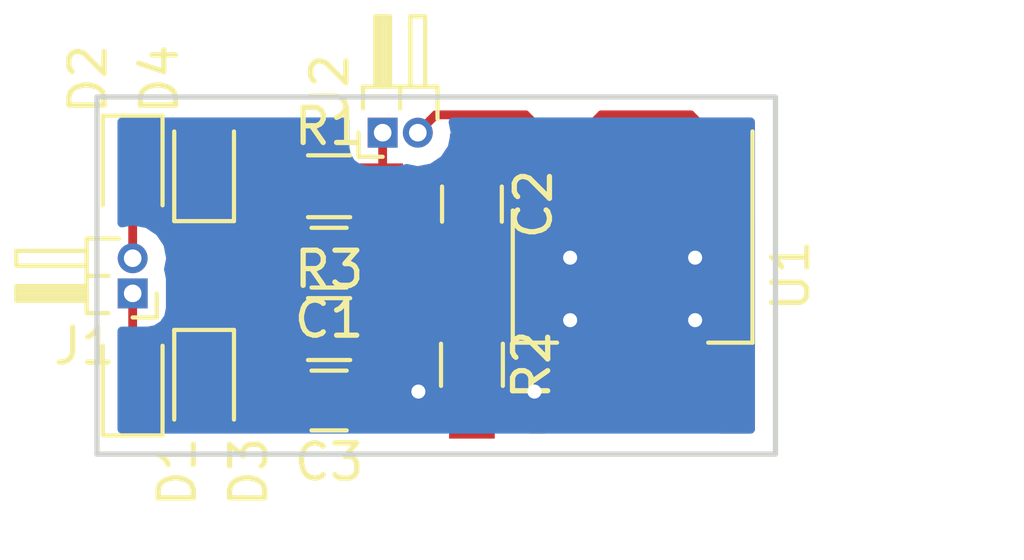
<source format=kicad_pcb>
(kicad_pcb (version 4) (host pcbnew 4.0.7)

  (general
    (links 20)
    (no_connects 0)
    (area 186.155381 131.79938 221.464 152.052001)
    (thickness 1.6)
    (drawings 7)
    (tracks 76)
    (zones 0)
    (modules 13)
    (nets 9)
  )

  (page A4)
  (layers
    (0 F.Cu signal)
    (31 B.Cu signal)
    (32 B.Adhes user)
    (33 F.Adhes user)
    (34 B.Paste user)
    (35 F.Paste user)
    (36 B.SilkS user)
    (37 F.SilkS user)
    (38 B.Mask user)
    (39 F.Mask user)
    (40 Dwgs.User user)
    (41 Cmts.User user)
    (42 Eco1.User user)
    (43 Eco2.User user)
    (44 Edge.Cuts user)
    (45 Margin user)
    (46 B.CrtYd user)
    (47 F.CrtYd user)
    (48 B.Fab user)
    (49 F.Fab user)
  )

  (setup
    (last_trace_width 0.25)
    (trace_clearance 0.2)
    (zone_clearance 0.508)
    (zone_45_only no)
    (trace_min 0.2)
    (segment_width 0.2)
    (edge_width 0.15)
    (via_size 0.6)
    (via_drill 0.4)
    (via_min_size 0.4)
    (via_min_drill 0.3)
    (uvia_size 0.3)
    (uvia_drill 0.1)
    (uvias_allowed no)
    (uvia_min_size 0.2)
    (uvia_min_drill 0.1)
    (pcb_text_width 0.3)
    (pcb_text_size 1.5 1.5)
    (mod_edge_width 0.15)
    (mod_text_size 1 1)
    (mod_text_width 0.15)
    (pad_size 1.524 1.524)
    (pad_drill 0.762)
    (pad_to_mask_clearance 0.2)
    (aux_axis_origin 0 0)
    (visible_elements 7FFCEF1F)
    (pcbplotparams
      (layerselection 0x00030_80000000)
      (usegerberextensions false)
      (excludeedgelayer true)
      (linewidth 0.100000)
      (plotframeref false)
      (viasonmask false)
      (mode 1)
      (useauxorigin false)
      (hpglpennumber 1)
      (hpglpenspeed 20)
      (hpglpendiameter 15)
      (hpglpenoverlay 2)
      (psnegative false)
      (psa4output false)
      (plotreference true)
      (plotvalue true)
      (plotinvisibletext false)
      (padsonsilk false)
      (subtractmaskfromsilk false)
      (outputformat 4)
      (mirror false)
      (drillshape 0)
      (scaleselection 1)
      (outputdirectory ./Back))
  )

  (net 0 "")
  (net 1 "Net-(C1-Pad1)")
  (net 2 "Net-(C1-Pad2)")
  (net 3 "Net-(C2-Pad1)")
  (net 4 "Net-(C3-Pad1)")
  (net 5 "Net-(D1-Pad1)")
  (net 6 "Net-(D1-Pad2)")
  (net 7 "Net-(D2-Pad2)")
  (net 8 "Net-(J2-Pad2)")

  (net_class Default "This is the default net class."
    (clearance 0.2)
    (trace_width 0.25)
    (via_dia 0.6)
    (via_drill 0.4)
    (uvia_dia 0.3)
    (uvia_drill 0.1)
    (add_net "Net-(C1-Pad1)")
    (add_net "Net-(C1-Pad2)")
    (add_net "Net-(C2-Pad1)")
    (add_net "Net-(C3-Pad1)")
    (add_net "Net-(D1-Pad1)")
    (add_net "Net-(D1-Pad2)")
    (add_net "Net-(D2-Pad2)")
    (add_net "Net-(J2-Pad2)")
  )

  (module TO_SOT_Packages_SMD:SOT-223-3_TabPin2 (layer F.Cu) (tedit 58CE4E7E) (tstamp 5AB3D3CC)
    (at 206.502 141.986 270)
    (descr "module CMS SOT223 4 pins")
    (tags "CMS SOT")
    (path /5AB3A09A)
    (attr smd)
    (fp_text reference U1 (at 0 -4.5 270) (layer F.SilkS)
      (effects (font (size 1 1) (thickness 0.15)))
    )
    (fp_text value NCP1117-ADJ_SOT223 (at 0 4.5 270) (layer F.Fab)
      (effects (font (size 1 1) (thickness 0.15)))
    )
    (fp_text user %R (at 0 0 360) (layer F.Fab)
      (effects (font (size 0.8 0.8) (thickness 0.12)))
    )
    (fp_line (start 1.91 3.41) (end 1.91 2.15) (layer F.SilkS) (width 0.12))
    (fp_line (start 1.91 -3.41) (end 1.91 -2.15) (layer F.SilkS) (width 0.12))
    (fp_line (start 4.4 -3.6) (end -4.4 -3.6) (layer F.CrtYd) (width 0.05))
    (fp_line (start 4.4 3.6) (end 4.4 -3.6) (layer F.CrtYd) (width 0.05))
    (fp_line (start -4.4 3.6) (end 4.4 3.6) (layer F.CrtYd) (width 0.05))
    (fp_line (start -4.4 -3.6) (end -4.4 3.6) (layer F.CrtYd) (width 0.05))
    (fp_line (start -1.85 -2.35) (end -0.85 -3.35) (layer F.Fab) (width 0.1))
    (fp_line (start -1.85 -2.35) (end -1.85 3.35) (layer F.Fab) (width 0.1))
    (fp_line (start -1.85 3.41) (end 1.91 3.41) (layer F.SilkS) (width 0.12))
    (fp_line (start -0.85 -3.35) (end 1.85 -3.35) (layer F.Fab) (width 0.1))
    (fp_line (start -4.1 -3.41) (end 1.91 -3.41) (layer F.SilkS) (width 0.12))
    (fp_line (start -1.85 3.35) (end 1.85 3.35) (layer F.Fab) (width 0.1))
    (fp_line (start 1.85 -3.35) (end 1.85 3.35) (layer F.Fab) (width 0.1))
    (pad 2 smd rect (at 3.15 0 270) (size 2 3.8) (layers F.Cu F.Paste F.Mask)
      (net 4 "Net-(C3-Pad1)"))
    (pad 2 smd rect (at -3.15 0 270) (size 2 1.5) (layers F.Cu F.Paste F.Mask)
      (net 4 "Net-(C3-Pad1)"))
    (pad 3 smd rect (at -3.15 2.3 270) (size 2 1.5) (layers F.Cu F.Paste F.Mask)
      (net 8 "Net-(J2-Pad2)"))
    (pad 1 smd rect (at -3.15 -2.3 270) (size 2 1.5) (layers F.Cu F.Paste F.Mask)
      (net 3 "Net-(C2-Pad1)"))
    (model ${KISYS3DMOD}/TO_SOT_Packages_SMD.3dshapes/SOT-223.wrl
      (at (xyz 0 0 0))
      (scale (xyz 1 1 1))
      (rotate (xyz 0 0 0))
    )
  )

  (module Capacitors_SMD:C_0805_HandSoldering (layer F.Cu) (tedit 58AA84A8) (tstamp 5AB3D382)
    (at 197.866 141.478 180)
    (descr "Capacitor SMD 0805, hand soldering")
    (tags "capacitor 0805")
    (path /5A953B73)
    (attr smd)
    (fp_text reference C1 (at 0 -1.75 180) (layer F.SilkS)
      (effects (font (size 1 1) (thickness 0.15)))
    )
    (fp_text value 1uF (at 0 1.75 180) (layer F.Fab)
      (effects (font (size 1 1) (thickness 0.15)))
    )
    (fp_text user %R (at 0 -1.75 180) (layer F.Fab)
      (effects (font (size 1 1) (thickness 0.15)))
    )
    (fp_line (start -1 0.62) (end -1 -0.62) (layer F.Fab) (width 0.1))
    (fp_line (start 1 0.62) (end -1 0.62) (layer F.Fab) (width 0.1))
    (fp_line (start 1 -0.62) (end 1 0.62) (layer F.Fab) (width 0.1))
    (fp_line (start -1 -0.62) (end 1 -0.62) (layer F.Fab) (width 0.1))
    (fp_line (start 0.5 -0.85) (end -0.5 -0.85) (layer F.SilkS) (width 0.12))
    (fp_line (start -0.5 0.85) (end 0.5 0.85) (layer F.SilkS) (width 0.12))
    (fp_line (start -2.25 -0.88) (end 2.25 -0.88) (layer F.CrtYd) (width 0.05))
    (fp_line (start -2.25 -0.88) (end -2.25 0.87) (layer F.CrtYd) (width 0.05))
    (fp_line (start 2.25 0.87) (end 2.25 -0.88) (layer F.CrtYd) (width 0.05))
    (fp_line (start 2.25 0.87) (end -2.25 0.87) (layer F.CrtYd) (width 0.05))
    (pad 1 smd rect (at -1.25 0 180) (size 1.5 1.25) (layers F.Cu F.Paste F.Mask)
      (net 1 "Net-(C1-Pad1)"))
    (pad 2 smd rect (at 1.25 0 180) (size 1.5 1.25) (layers F.Cu F.Paste F.Mask)
      (net 2 "Net-(C1-Pad2)"))
    (model Capacitors_SMD.3dshapes/C_0805.wrl
      (at (xyz 0 0 0))
      (scale (xyz 1 1 1))
      (rotate (xyz 0 0 0))
    )
  )

  (module Capacitors_SMD:C_0805_HandSoldering (layer F.Cu) (tedit 58AA84A8) (tstamp 5AB3D388)
    (at 201.93 139.954 270)
    (descr "Capacitor SMD 0805, hand soldering")
    (tags "capacitor 0805")
    (path /5AB3CFB6)
    (attr smd)
    (fp_text reference C2 (at 0 -1.75 270) (layer F.SilkS)
      (effects (font (size 1 1) (thickness 0.15)))
    )
    (fp_text value 100nF (at 0 1.75 270) (layer F.Fab)
      (effects (font (size 1 1) (thickness 0.15)))
    )
    (fp_text user %R (at 0 -1.75 270) (layer F.Fab)
      (effects (font (size 1 1) (thickness 0.15)))
    )
    (fp_line (start -1 0.62) (end -1 -0.62) (layer F.Fab) (width 0.1))
    (fp_line (start 1 0.62) (end -1 0.62) (layer F.Fab) (width 0.1))
    (fp_line (start 1 -0.62) (end 1 0.62) (layer F.Fab) (width 0.1))
    (fp_line (start -1 -0.62) (end 1 -0.62) (layer F.Fab) (width 0.1))
    (fp_line (start 0.5 -0.85) (end -0.5 -0.85) (layer F.SilkS) (width 0.12))
    (fp_line (start -0.5 0.85) (end 0.5 0.85) (layer F.SilkS) (width 0.12))
    (fp_line (start -2.25 -0.88) (end 2.25 -0.88) (layer F.CrtYd) (width 0.05))
    (fp_line (start -2.25 -0.88) (end -2.25 0.87) (layer F.CrtYd) (width 0.05))
    (fp_line (start 2.25 0.87) (end 2.25 -0.88) (layer F.CrtYd) (width 0.05))
    (fp_line (start 2.25 0.87) (end -2.25 0.87) (layer F.CrtYd) (width 0.05))
    (pad 1 smd rect (at -1.25 0 270) (size 1.5 1.25) (layers F.Cu F.Paste F.Mask)
      (net 3 "Net-(C2-Pad1)"))
    (pad 2 smd rect (at 1.25 0 270) (size 1.5 1.25) (layers F.Cu F.Paste F.Mask)
      (net 2 "Net-(C1-Pad2)"))
    (model Capacitors_SMD.3dshapes/C_0805.wrl
      (at (xyz 0 0 0))
      (scale (xyz 1 1 1))
      (rotate (xyz 0 0 0))
    )
  )

  (module Capacitors_SMD:C_0805_HandSoldering (layer F.Cu) (tedit 58AA84A8) (tstamp 5AB3D38E)
    (at 197.866 145.542 180)
    (descr "Capacitor SMD 0805, hand soldering")
    (tags "capacitor 0805")
    (path /5AB3DBE0)
    (attr smd)
    (fp_text reference C3 (at 0 -1.75 180) (layer F.SilkS)
      (effects (font (size 1 1) (thickness 0.15)))
    )
    (fp_text value 2.2uF (at 0 1.75 180) (layer F.Fab)
      (effects (font (size 1 1) (thickness 0.15)))
    )
    (fp_text user %R (at 0 -1.75 180) (layer F.Fab)
      (effects (font (size 1 1) (thickness 0.15)))
    )
    (fp_line (start -1 0.62) (end -1 -0.62) (layer F.Fab) (width 0.1))
    (fp_line (start 1 0.62) (end -1 0.62) (layer F.Fab) (width 0.1))
    (fp_line (start 1 -0.62) (end 1 0.62) (layer F.Fab) (width 0.1))
    (fp_line (start -1 -0.62) (end 1 -0.62) (layer F.Fab) (width 0.1))
    (fp_line (start 0.5 -0.85) (end -0.5 -0.85) (layer F.SilkS) (width 0.12))
    (fp_line (start -0.5 0.85) (end 0.5 0.85) (layer F.SilkS) (width 0.12))
    (fp_line (start -2.25 -0.88) (end 2.25 -0.88) (layer F.CrtYd) (width 0.05))
    (fp_line (start -2.25 -0.88) (end -2.25 0.87) (layer F.CrtYd) (width 0.05))
    (fp_line (start 2.25 0.87) (end 2.25 -0.88) (layer F.CrtYd) (width 0.05))
    (fp_line (start 2.25 0.87) (end -2.25 0.87) (layer F.CrtYd) (width 0.05))
    (pad 1 smd rect (at -1.25 0 180) (size 1.5 1.25) (layers F.Cu F.Paste F.Mask)
      (net 4 "Net-(C3-Pad1)"))
    (pad 2 smd rect (at 1.25 0 180) (size 1.5 1.25) (layers F.Cu F.Paste F.Mask)
      (net 2 "Net-(C1-Pad2)"))
    (model Capacitors_SMD.3dshapes/C_0805.wrl
      (at (xyz 0 0 0))
      (scale (xyz 1 1 1))
      (rotate (xyz 0 0 0))
    )
  )

  (module Diodes_SMD:D_SOD-323 (layer F.Cu) (tedit 5AB3D4B0) (tstamp 5AB3D394)
    (at 192.278 145.034 90)
    (descr SOD-323)
    (tags SOD-323)
    (path /5A9520CA)
    (attr smd)
    (fp_text reference D1 (at -2.54 1.27 90) (layer F.SilkS)
      (effects (font (size 1 1) (thickness 0.15)))
    )
    (fp_text value 1n4148 (at 0.1 1.9 90) (layer F.Fab)
      (effects (font (size 1 1) (thickness 0.15)))
    )
    (fp_text user %R (at -2.54 1.27 90) (layer F.Fab)
      (effects (font (size 1 1) (thickness 0.15)))
    )
    (fp_line (start -1.5 -0.85) (end -1.5 0.85) (layer F.SilkS) (width 0.12))
    (fp_line (start 0.2 0) (end 0.45 0) (layer F.Fab) (width 0.1))
    (fp_line (start 0.2 0.35) (end -0.3 0) (layer F.Fab) (width 0.1))
    (fp_line (start 0.2 -0.35) (end 0.2 0.35) (layer F.Fab) (width 0.1))
    (fp_line (start -0.3 0) (end 0.2 -0.35) (layer F.Fab) (width 0.1))
    (fp_line (start -0.3 0) (end -0.5 0) (layer F.Fab) (width 0.1))
    (fp_line (start -0.3 -0.35) (end -0.3 0.35) (layer F.Fab) (width 0.1))
    (fp_line (start -0.9 0.7) (end -0.9 -0.7) (layer F.Fab) (width 0.1))
    (fp_line (start 0.9 0.7) (end -0.9 0.7) (layer F.Fab) (width 0.1))
    (fp_line (start 0.9 -0.7) (end 0.9 0.7) (layer F.Fab) (width 0.1))
    (fp_line (start -0.9 -0.7) (end 0.9 -0.7) (layer F.Fab) (width 0.1))
    (fp_line (start -1.6 -0.95) (end 1.6 -0.95) (layer F.CrtYd) (width 0.05))
    (fp_line (start 1.6 -0.95) (end 1.6 0.95) (layer F.CrtYd) (width 0.05))
    (fp_line (start -1.6 0.95) (end 1.6 0.95) (layer F.CrtYd) (width 0.05))
    (fp_line (start -1.6 -0.95) (end -1.6 0.95) (layer F.CrtYd) (width 0.05))
    (fp_line (start -1.5 0.85) (end 1.05 0.85) (layer F.SilkS) (width 0.12))
    (fp_line (start -1.5 -0.85) (end 1.05 -0.85) (layer F.SilkS) (width 0.12))
    (pad 1 smd rect (at -1.05 0 90) (size 0.6 0.45) (layers F.Cu F.Paste F.Mask)
      (net 5 "Net-(D1-Pad1)"))
    (pad 2 smd rect (at 1.05 0 90) (size 0.6 0.45) (layers F.Cu F.Paste F.Mask)
      (net 6 "Net-(D1-Pad2)"))
    (model ${KISYS3DMOD}/Diodes_SMD.3dshapes/D_SOD-323.wrl
      (at (xyz 0 0 0))
      (scale (xyz 1 1 1))
      (rotate (xyz 0 0 0))
    )
  )

  (module Diodes_SMD:D_SOD-323 (layer F.Cu) (tedit 5AB3D488) (tstamp 5AB3D39A)
    (at 192.278 138.938 270)
    (descr SOD-323)
    (tags SOD-323)
    (path /5A951F12)
    (attr smd)
    (fp_text reference D2 (at -2.54 1.27 270) (layer F.SilkS)
      (effects (font (size 1 1) (thickness 0.15)))
    )
    (fp_text value 1n4148 (at 0.1 1.9 270) (layer F.Fab)
      (effects (font (size 1 1) (thickness 0.15)))
    )
    (fp_text user %R (at -2.54 1.27 270) (layer F.Fab)
      (effects (font (size 1 1) (thickness 0.15)))
    )
    (fp_line (start -1.5 -0.85) (end -1.5 0.85) (layer F.SilkS) (width 0.12))
    (fp_line (start 0.2 0) (end 0.45 0) (layer F.Fab) (width 0.1))
    (fp_line (start 0.2 0.35) (end -0.3 0) (layer F.Fab) (width 0.1))
    (fp_line (start 0.2 -0.35) (end 0.2 0.35) (layer F.Fab) (width 0.1))
    (fp_line (start -0.3 0) (end 0.2 -0.35) (layer F.Fab) (width 0.1))
    (fp_line (start -0.3 0) (end -0.5 0) (layer F.Fab) (width 0.1))
    (fp_line (start -0.3 -0.35) (end -0.3 0.35) (layer F.Fab) (width 0.1))
    (fp_line (start -0.9 0.7) (end -0.9 -0.7) (layer F.Fab) (width 0.1))
    (fp_line (start 0.9 0.7) (end -0.9 0.7) (layer F.Fab) (width 0.1))
    (fp_line (start 0.9 -0.7) (end 0.9 0.7) (layer F.Fab) (width 0.1))
    (fp_line (start -0.9 -0.7) (end 0.9 -0.7) (layer F.Fab) (width 0.1))
    (fp_line (start -1.6 -0.95) (end 1.6 -0.95) (layer F.CrtYd) (width 0.05))
    (fp_line (start 1.6 -0.95) (end 1.6 0.95) (layer F.CrtYd) (width 0.05))
    (fp_line (start -1.6 0.95) (end 1.6 0.95) (layer F.CrtYd) (width 0.05))
    (fp_line (start -1.6 -0.95) (end -1.6 0.95) (layer F.CrtYd) (width 0.05))
    (fp_line (start -1.5 0.85) (end 1.05 0.85) (layer F.SilkS) (width 0.12))
    (fp_line (start -1.5 -0.85) (end 1.05 -0.85) (layer F.SilkS) (width 0.12))
    (pad 1 smd rect (at -1.05 0 270) (size 0.6 0.45) (layers F.Cu F.Paste F.Mask)
      (net 5 "Net-(D1-Pad1)"))
    (pad 2 smd rect (at 1.05 0 270) (size 0.6 0.45) (layers F.Cu F.Paste F.Mask)
      (net 7 "Net-(D2-Pad2)"))
    (model ${KISYS3DMOD}/Diodes_SMD.3dshapes/D_SOD-323.wrl
      (at (xyz 0 0 0))
      (scale (xyz 1 1 1))
      (rotate (xyz 0 0 0))
    )
  )

  (module Diodes_SMD:D_SOD-323 (layer F.Cu) (tedit 5AB3D4A7) (tstamp 5AB3D3A0)
    (at 194.31 145.034 270)
    (descr SOD-323)
    (tags SOD-323)
    (path /5A952190)
    (attr smd)
    (fp_text reference D3 (at 2.54 -1.27 270) (layer F.SilkS)
      (effects (font (size 1 1) (thickness 0.15)))
    )
    (fp_text value 1n4148 (at 0.1 1.9 270) (layer F.Fab)
      (effects (font (size 1 1) (thickness 0.15)))
    )
    (fp_text user %R (at 2.54 -1.27 270) (layer F.Fab)
      (effects (font (size 1 1) (thickness 0.15)))
    )
    (fp_line (start -1.5 -0.85) (end -1.5 0.85) (layer F.SilkS) (width 0.12))
    (fp_line (start 0.2 0) (end 0.45 0) (layer F.Fab) (width 0.1))
    (fp_line (start 0.2 0.35) (end -0.3 0) (layer F.Fab) (width 0.1))
    (fp_line (start 0.2 -0.35) (end 0.2 0.35) (layer F.Fab) (width 0.1))
    (fp_line (start -0.3 0) (end 0.2 -0.35) (layer F.Fab) (width 0.1))
    (fp_line (start -0.3 0) (end -0.5 0) (layer F.Fab) (width 0.1))
    (fp_line (start -0.3 -0.35) (end -0.3 0.35) (layer F.Fab) (width 0.1))
    (fp_line (start -0.9 0.7) (end -0.9 -0.7) (layer F.Fab) (width 0.1))
    (fp_line (start 0.9 0.7) (end -0.9 0.7) (layer F.Fab) (width 0.1))
    (fp_line (start 0.9 -0.7) (end 0.9 0.7) (layer F.Fab) (width 0.1))
    (fp_line (start -0.9 -0.7) (end 0.9 -0.7) (layer F.Fab) (width 0.1))
    (fp_line (start -1.6 -0.95) (end 1.6 -0.95) (layer F.CrtYd) (width 0.05))
    (fp_line (start 1.6 -0.95) (end 1.6 0.95) (layer F.CrtYd) (width 0.05))
    (fp_line (start -1.6 0.95) (end 1.6 0.95) (layer F.CrtYd) (width 0.05))
    (fp_line (start -1.6 -0.95) (end -1.6 0.95) (layer F.CrtYd) (width 0.05))
    (fp_line (start -1.5 0.85) (end 1.05 0.85) (layer F.SilkS) (width 0.12))
    (fp_line (start -1.5 -0.85) (end 1.05 -0.85) (layer F.SilkS) (width 0.12))
    (pad 1 smd rect (at -1.05 0 270) (size 0.6 0.45) (layers F.Cu F.Paste F.Mask)
      (net 6 "Net-(D1-Pad2)"))
    (pad 2 smd rect (at 1.05 0 270) (size 0.6 0.45) (layers F.Cu F.Paste F.Mask)
      (net 2 "Net-(C1-Pad2)"))
    (model ${KISYS3DMOD}/Diodes_SMD.3dshapes/D_SOD-323.wrl
      (at (xyz 0 0 0))
      (scale (xyz 1 1 1))
      (rotate (xyz 0 0 0))
    )
  )

  (module Diodes_SMD:D_SOD-323 (layer F.Cu) (tedit 5AB3D49E) (tstamp 5AB3D3A6)
    (at 194.31 138.938 90)
    (descr SOD-323)
    (tags SOD-323)
    (path /5A95212B)
    (attr smd)
    (fp_text reference D4 (at 2.54 -1.27 90) (layer F.SilkS)
      (effects (font (size 1 1) (thickness 0.15)))
    )
    (fp_text value 1n4148 (at 0.1 1.9 90) (layer F.Fab)
      (effects (font (size 1 1) (thickness 0.15)))
    )
    (fp_text user %R (at 2.54 -1.27 90) (layer F.Fab)
      (effects (font (size 1 1) (thickness 0.15)))
    )
    (fp_line (start -1.5 -0.85) (end -1.5 0.85) (layer F.SilkS) (width 0.12))
    (fp_line (start 0.2 0) (end 0.45 0) (layer F.Fab) (width 0.1))
    (fp_line (start 0.2 0.35) (end -0.3 0) (layer F.Fab) (width 0.1))
    (fp_line (start 0.2 -0.35) (end 0.2 0.35) (layer F.Fab) (width 0.1))
    (fp_line (start -0.3 0) (end 0.2 -0.35) (layer F.Fab) (width 0.1))
    (fp_line (start -0.3 0) (end -0.5 0) (layer F.Fab) (width 0.1))
    (fp_line (start -0.3 -0.35) (end -0.3 0.35) (layer F.Fab) (width 0.1))
    (fp_line (start -0.9 0.7) (end -0.9 -0.7) (layer F.Fab) (width 0.1))
    (fp_line (start 0.9 0.7) (end -0.9 0.7) (layer F.Fab) (width 0.1))
    (fp_line (start 0.9 -0.7) (end 0.9 0.7) (layer F.Fab) (width 0.1))
    (fp_line (start -0.9 -0.7) (end 0.9 -0.7) (layer F.Fab) (width 0.1))
    (fp_line (start -1.6 -0.95) (end 1.6 -0.95) (layer F.CrtYd) (width 0.05))
    (fp_line (start 1.6 -0.95) (end 1.6 0.95) (layer F.CrtYd) (width 0.05))
    (fp_line (start -1.6 0.95) (end 1.6 0.95) (layer F.CrtYd) (width 0.05))
    (fp_line (start -1.6 -0.95) (end -1.6 0.95) (layer F.CrtYd) (width 0.05))
    (fp_line (start -1.5 0.85) (end 1.05 0.85) (layer F.SilkS) (width 0.12))
    (fp_line (start -1.5 -0.85) (end 1.05 -0.85) (layer F.SilkS) (width 0.12))
    (pad 1 smd rect (at -1.05 0 90) (size 0.6 0.45) (layers F.Cu F.Paste F.Mask)
      (net 7 "Net-(D2-Pad2)"))
    (pad 2 smd rect (at 1.05 0 90) (size 0.6 0.45) (layers F.Cu F.Paste F.Mask)
      (net 2 "Net-(C1-Pad2)"))
    (model ${KISYS3DMOD}/Diodes_SMD.3dshapes/D_SOD-323.wrl
      (at (xyz 0 0 0))
      (scale (xyz 1 1 1))
      (rotate (xyz 0 0 0))
    )
  )

  (module Pin_Headers:Pin_Header_Angled_1x02_Pitch1.00mm (layer F.Cu) (tedit 59B55814) (tstamp 5AB3D3AC)
    (at 192.278 142.494 180)
    (descr "Through hole angled pin header, 1x02, 1.00mm pitch, 2.0mm pin length, single row")
    (tags "Through hole angled pin header THT 1x02 1.00mm single row")
    (path /5AB3E9A3)
    (fp_text reference J1 (at 1.375 -1.5 180) (layer F.SilkS)
      (effects (font (size 1 1) (thickness 0.15)))
    )
    (fp_text value Conn_01x02 (at 1.375 2.5 180) (layer F.Fab)
      (effects (font (size 1 1) (thickness 0.15)))
    )
    (fp_line (start 0.5 -0.5) (end 1.25 -0.5) (layer F.Fab) (width 0.1))
    (fp_line (start 1.25 -0.5) (end 1.25 1.5) (layer F.Fab) (width 0.1))
    (fp_line (start 1.25 1.5) (end 0.25 1.5) (layer F.Fab) (width 0.1))
    (fp_line (start 0.25 1.5) (end 0.25 -0.25) (layer F.Fab) (width 0.1))
    (fp_line (start 0.25 -0.25) (end 0.5 -0.5) (layer F.Fab) (width 0.1))
    (fp_line (start -0.15 -0.15) (end 0.25 -0.15) (layer F.Fab) (width 0.1))
    (fp_line (start -0.15 -0.15) (end -0.15 0.15) (layer F.Fab) (width 0.1))
    (fp_line (start -0.15 0.15) (end 0.25 0.15) (layer F.Fab) (width 0.1))
    (fp_line (start 1.25 -0.15) (end 3.25 -0.15) (layer F.Fab) (width 0.1))
    (fp_line (start 3.25 -0.15) (end 3.25 0.15) (layer F.Fab) (width 0.1))
    (fp_line (start 1.25 0.15) (end 3.25 0.15) (layer F.Fab) (width 0.1))
    (fp_line (start -0.15 0.85) (end 0.25 0.85) (layer F.Fab) (width 0.1))
    (fp_line (start -0.15 0.85) (end -0.15 1.15) (layer F.Fab) (width 0.1))
    (fp_line (start -0.15 1.15) (end 0.25 1.15) (layer F.Fab) (width 0.1))
    (fp_line (start 1.25 0.85) (end 3.25 0.85) (layer F.Fab) (width 0.1))
    (fp_line (start 3.25 0.85) (end 3.25 1.15) (layer F.Fab) (width 0.1))
    (fp_line (start 1.25 1.15) (end 3.25 1.15) (layer F.Fab) (width 0.1))
    (fp_line (start 0.685 -0.56) (end 1.31 -0.56) (layer F.SilkS) (width 0.12))
    (fp_line (start 1.31 -0.56) (end 1.31 1.56) (layer F.SilkS) (width 0.12))
    (fp_line (start 1.31 1.56) (end 0.394493 1.56) (layer F.SilkS) (width 0.12))
    (fp_line (start 1.31 -0.21) (end 3.31 -0.21) (layer F.SilkS) (width 0.12))
    (fp_line (start 3.31 -0.21) (end 3.31 0.21) (layer F.SilkS) (width 0.12))
    (fp_line (start 3.31 0.21) (end 1.31 0.21) (layer F.SilkS) (width 0.12))
    (fp_line (start 1.31 -0.15) (end 3.31 -0.15) (layer F.SilkS) (width 0.12))
    (fp_line (start 1.31 -0.03) (end 3.31 -0.03) (layer F.SilkS) (width 0.12))
    (fp_line (start 1.31 0.09) (end 3.31 0.09) (layer F.SilkS) (width 0.12))
    (fp_line (start 0.685 0.5) (end 1.31 0.5) (layer F.SilkS) (width 0.12))
    (fp_line (start 1.31 0.79) (end 3.31 0.79) (layer F.SilkS) (width 0.12))
    (fp_line (start 3.31 0.79) (end 3.31 1.21) (layer F.SilkS) (width 0.12))
    (fp_line (start 3.31 1.21) (end 1.31 1.21) (layer F.SilkS) (width 0.12))
    (fp_line (start -0.685 0) (end -0.685 -0.685) (layer F.SilkS) (width 0.12))
    (fp_line (start -0.685 -0.685) (end 0 -0.685) (layer F.SilkS) (width 0.12))
    (fp_line (start -1 -1) (end -1 2) (layer F.CrtYd) (width 0.05))
    (fp_line (start -1 2) (end 3.75 2) (layer F.CrtYd) (width 0.05))
    (fp_line (start 3.75 2) (end 3.75 -1) (layer F.CrtYd) (width 0.05))
    (fp_line (start 3.75 -1) (end -1 -1) (layer F.CrtYd) (width 0.05))
    (fp_text user %R (at 0.75 0.5 270) (layer F.Fab)
      (effects (font (size 0.6 0.6) (thickness 0.09)))
    )
    (pad 1 thru_hole rect (at 0 0 180) (size 0.85 0.85) (drill 0.5) (layers *.Cu *.Mask)
      (net 6 "Net-(D1-Pad2)"))
    (pad 2 thru_hole oval (at 0 1 180) (size 0.85 0.85) (drill 0.5) (layers *.Cu *.Mask)
      (net 7 "Net-(D2-Pad2)"))
    (model ${KISYS3DMOD}/Pin_Headers.3dshapes/Pin_Header_Angled_1x02_Pitch1.00mm.wrl
      (at (xyz 0 0 0))
      (scale (xyz 1 1 1))
      (rotate (xyz 0 0 0))
    )
  )

  (module Pin_Headers:Pin_Header_Angled_1x02_Pitch1.00mm (layer F.Cu) (tedit 59B55814) (tstamp 5AB3D3B2)
    (at 199.39 137.922 90)
    (descr "Through hole angled pin header, 1x02, 1.00mm pitch, 2.0mm pin length, single row")
    (tags "Through hole angled pin header THT 1x02 1.00mm single row")
    (path /5AB3EB44)
    (fp_text reference J2 (at 1.375 -1.5 90) (layer F.SilkS)
      (effects (font (size 1 1) (thickness 0.15)))
    )
    (fp_text value Conn_01x02 (at 1.375 2.5 90) (layer F.Fab)
      (effects (font (size 1 1) (thickness 0.15)))
    )
    (fp_line (start 0.5 -0.5) (end 1.25 -0.5) (layer F.Fab) (width 0.1))
    (fp_line (start 1.25 -0.5) (end 1.25 1.5) (layer F.Fab) (width 0.1))
    (fp_line (start 1.25 1.5) (end 0.25 1.5) (layer F.Fab) (width 0.1))
    (fp_line (start 0.25 1.5) (end 0.25 -0.25) (layer F.Fab) (width 0.1))
    (fp_line (start 0.25 -0.25) (end 0.5 -0.5) (layer F.Fab) (width 0.1))
    (fp_line (start -0.15 -0.15) (end 0.25 -0.15) (layer F.Fab) (width 0.1))
    (fp_line (start -0.15 -0.15) (end -0.15 0.15) (layer F.Fab) (width 0.1))
    (fp_line (start -0.15 0.15) (end 0.25 0.15) (layer F.Fab) (width 0.1))
    (fp_line (start 1.25 -0.15) (end 3.25 -0.15) (layer F.Fab) (width 0.1))
    (fp_line (start 3.25 -0.15) (end 3.25 0.15) (layer F.Fab) (width 0.1))
    (fp_line (start 1.25 0.15) (end 3.25 0.15) (layer F.Fab) (width 0.1))
    (fp_line (start -0.15 0.85) (end 0.25 0.85) (layer F.Fab) (width 0.1))
    (fp_line (start -0.15 0.85) (end -0.15 1.15) (layer F.Fab) (width 0.1))
    (fp_line (start -0.15 1.15) (end 0.25 1.15) (layer F.Fab) (width 0.1))
    (fp_line (start 1.25 0.85) (end 3.25 0.85) (layer F.Fab) (width 0.1))
    (fp_line (start 3.25 0.85) (end 3.25 1.15) (layer F.Fab) (width 0.1))
    (fp_line (start 1.25 1.15) (end 3.25 1.15) (layer F.Fab) (width 0.1))
    (fp_line (start 0.685 -0.56) (end 1.31 -0.56) (layer F.SilkS) (width 0.12))
    (fp_line (start 1.31 -0.56) (end 1.31 1.56) (layer F.SilkS) (width 0.12))
    (fp_line (start 1.31 1.56) (end 0.394493 1.56) (layer F.SilkS) (width 0.12))
    (fp_line (start 1.31 -0.21) (end 3.31 -0.21) (layer F.SilkS) (width 0.12))
    (fp_line (start 3.31 -0.21) (end 3.31 0.21) (layer F.SilkS) (width 0.12))
    (fp_line (start 3.31 0.21) (end 1.31 0.21) (layer F.SilkS) (width 0.12))
    (fp_line (start 1.31 -0.15) (end 3.31 -0.15) (layer F.SilkS) (width 0.12))
    (fp_line (start 1.31 -0.03) (end 3.31 -0.03) (layer F.SilkS) (width 0.12))
    (fp_line (start 1.31 0.09) (end 3.31 0.09) (layer F.SilkS) (width 0.12))
    (fp_line (start 0.685 0.5) (end 1.31 0.5) (layer F.SilkS) (width 0.12))
    (fp_line (start 1.31 0.79) (end 3.31 0.79) (layer F.SilkS) (width 0.12))
    (fp_line (start 3.31 0.79) (end 3.31 1.21) (layer F.SilkS) (width 0.12))
    (fp_line (start 3.31 1.21) (end 1.31 1.21) (layer F.SilkS) (width 0.12))
    (fp_line (start -0.685 0) (end -0.685 -0.685) (layer F.SilkS) (width 0.12))
    (fp_line (start -0.685 -0.685) (end 0 -0.685) (layer F.SilkS) (width 0.12))
    (fp_line (start -1 -1) (end -1 2) (layer F.CrtYd) (width 0.05))
    (fp_line (start -1 2) (end 3.75 2) (layer F.CrtYd) (width 0.05))
    (fp_line (start 3.75 2) (end 3.75 -1) (layer F.CrtYd) (width 0.05))
    (fp_line (start 3.75 -1) (end -1 -1) (layer F.CrtYd) (width 0.05))
    (fp_text user %R (at 0.75 0.5 180) (layer F.Fab)
      (effects (font (size 0.6 0.6) (thickness 0.09)))
    )
    (pad 1 thru_hole rect (at 0 0 90) (size 0.85 0.85) (drill 0.5) (layers *.Cu *.Mask)
      (net 1 "Net-(C1-Pad1)"))
    (pad 2 thru_hole oval (at 0 1 90) (size 0.85 0.85) (drill 0.5) (layers *.Cu *.Mask)
      (net 8 "Net-(J2-Pad2)"))
    (model ${KISYS3DMOD}/Pin_Headers.3dshapes/Pin_Header_Angled_1x02_Pitch1.00mm.wrl
      (at (xyz 0 0 0))
      (scale (xyz 1 1 1))
      (rotate (xyz 0 0 0))
    )
  )

  (module Resistors_SMD:R_0805_HandSoldering (layer F.Cu) (tedit 58E0A804) (tstamp 5AB3D3BE)
    (at 201.93 144.526 270)
    (descr "Resistor SMD 0805, hand soldering")
    (tags "resistor 0805")
    (path /5A9526BF)
    (attr smd)
    (fp_text reference R2 (at 0 -1.7 270) (layer F.SilkS)
      (effects (font (size 1 1) (thickness 0.15)))
    )
    (fp_text value 100K (at 0 1.75 270) (layer F.Fab)
      (effects (font (size 1 1) (thickness 0.15)))
    )
    (fp_text user %R (at 0 0 270) (layer F.Fab)
      (effects (font (size 0.5 0.5) (thickness 0.075)))
    )
    (fp_line (start -1 0.62) (end -1 -0.62) (layer F.Fab) (width 0.1))
    (fp_line (start 1 0.62) (end -1 0.62) (layer F.Fab) (width 0.1))
    (fp_line (start 1 -0.62) (end 1 0.62) (layer F.Fab) (width 0.1))
    (fp_line (start -1 -0.62) (end 1 -0.62) (layer F.Fab) (width 0.1))
    (fp_line (start 0.6 0.88) (end -0.6 0.88) (layer F.SilkS) (width 0.12))
    (fp_line (start -0.6 -0.88) (end 0.6 -0.88) (layer F.SilkS) (width 0.12))
    (fp_line (start -2.35 -0.9) (end 2.35 -0.9) (layer F.CrtYd) (width 0.05))
    (fp_line (start -2.35 -0.9) (end -2.35 0.9) (layer F.CrtYd) (width 0.05))
    (fp_line (start 2.35 0.9) (end 2.35 -0.9) (layer F.CrtYd) (width 0.05))
    (fp_line (start 2.35 0.9) (end -2.35 0.9) (layer F.CrtYd) (width 0.05))
    (pad 1 smd rect (at -1.35 0 270) (size 1.5 1.3) (layers F.Cu F.Paste F.Mask)
      (net 2 "Net-(C1-Pad2)"))
    (pad 2 smd rect (at 1.35 0 270) (size 1.5 1.3) (layers F.Cu F.Paste F.Mask)
      (net 3 "Net-(C2-Pad1)"))
    (model ${KISYS3DMOD}/Resistors_SMD.3dshapes/R_0805.wrl
      (at (xyz 0 0 0))
      (scale (xyz 1 1 1))
      (rotate (xyz 0 0 0))
    )
  )

  (module Resistors_SMD:R_0805_HandSoldering (layer F.Cu) (tedit 58E0A804) (tstamp 5AB3D3C4)
    (at 197.866 143.51)
    (descr "Resistor SMD 0805, hand soldering")
    (tags "resistor 0805")
    (path /5AB3A528)
    (attr smd)
    (fp_text reference R3 (at 0 -1.7) (layer F.SilkS)
      (effects (font (size 1 1) (thickness 0.15)))
    )
    (fp_text value 100R (at 0 1.75) (layer F.Fab)
      (effects (font (size 1 1) (thickness 0.15)))
    )
    (fp_text user %R (at 0 0) (layer F.Fab)
      (effects (font (size 0.5 0.5) (thickness 0.075)))
    )
    (fp_line (start -1 0.62) (end -1 -0.62) (layer F.Fab) (width 0.1))
    (fp_line (start 1 0.62) (end -1 0.62) (layer F.Fab) (width 0.1))
    (fp_line (start 1 -0.62) (end 1 0.62) (layer F.Fab) (width 0.1))
    (fp_line (start -1 -0.62) (end 1 -0.62) (layer F.Fab) (width 0.1))
    (fp_line (start 0.6 0.88) (end -0.6 0.88) (layer F.SilkS) (width 0.12))
    (fp_line (start -0.6 -0.88) (end 0.6 -0.88) (layer F.SilkS) (width 0.12))
    (fp_line (start -2.35 -0.9) (end 2.35 -0.9) (layer F.CrtYd) (width 0.05))
    (fp_line (start -2.35 -0.9) (end -2.35 0.9) (layer F.CrtYd) (width 0.05))
    (fp_line (start 2.35 0.9) (end 2.35 -0.9) (layer F.CrtYd) (width 0.05))
    (fp_line (start 2.35 0.9) (end -2.35 0.9) (layer F.CrtYd) (width 0.05))
    (pad 1 smd rect (at -1.35 0) (size 1.5 1.3) (layers F.Cu F.Paste F.Mask)
      (net 2 "Net-(C1-Pad2)"))
    (pad 2 smd rect (at 1.35 0) (size 1.5 1.3) (layers F.Cu F.Paste F.Mask)
      (net 4 "Net-(C3-Pad1)"))
    (model ${KISYS3DMOD}/Resistors_SMD.3dshapes/R_0805.wrl
      (at (xyz 0 0 0))
      (scale (xyz 1 1 1))
      (rotate (xyz 0 0 0))
    )
  )

  (module Resistors_SMD:R_0805_HandSoldering (layer F.Cu) (tedit 58E0A804) (tstamp 5AB3D603)
    (at 197.866 139.446)
    (descr "Resistor SMD 0805, hand soldering")
    (tags "resistor 0805")
    (path /5A952272)
    (attr smd)
    (fp_text reference R1 (at 0 -1.7) (layer F.SilkS)
      (effects (font (size 1 1) (thickness 0.15)))
    )
    (fp_text value 100R (at 0 1.75) (layer F.Fab)
      (effects (font (size 1 1) (thickness 0.15)))
    )
    (fp_text user %R (at 0 0) (layer F.Fab)
      (effects (font (size 0.5 0.5) (thickness 0.075)))
    )
    (fp_line (start -1 0.62) (end -1 -0.62) (layer F.Fab) (width 0.1))
    (fp_line (start 1 0.62) (end -1 0.62) (layer F.Fab) (width 0.1))
    (fp_line (start 1 -0.62) (end 1 0.62) (layer F.Fab) (width 0.1))
    (fp_line (start -1 -0.62) (end 1 -0.62) (layer F.Fab) (width 0.1))
    (fp_line (start 0.6 0.88) (end -0.6 0.88) (layer F.SilkS) (width 0.12))
    (fp_line (start -0.6 -0.88) (end 0.6 -0.88) (layer F.SilkS) (width 0.12))
    (fp_line (start -2.35 -0.9) (end 2.35 -0.9) (layer F.CrtYd) (width 0.05))
    (fp_line (start -2.35 -0.9) (end -2.35 0.9) (layer F.CrtYd) (width 0.05))
    (fp_line (start 2.35 0.9) (end 2.35 -0.9) (layer F.CrtYd) (width 0.05))
    (fp_line (start 2.35 0.9) (end -2.35 0.9) (layer F.CrtYd) (width 0.05))
    (pad 1 smd rect (at -1.35 0) (size 1.5 1.3) (layers F.Cu F.Paste F.Mask)
      (net 5 "Net-(D1-Pad1)"))
    (pad 2 smd rect (at 1.35 0) (size 1.5 1.3) (layers F.Cu F.Paste F.Mask)
      (net 1 "Net-(C1-Pad1)"))
    (model ${KISYS3DMOD}/Resistors_SMD.3dshapes/R_0805.wrl
      (at (xyz 0 0 0))
      (scale (xyz 1 1 1))
      (rotate (xyz 0 0 0))
    )
  )

  (dimension 10.16 (width 0.3) (layer F.Fab)
    (gr_text "10.160 mm" (at 214.964 141.986 270) (layer F.Fab)
      (effects (font (size 1.5 1.5) (thickness 0.3)))
    )
    (feature1 (pts (xy 210.566 147.066) (xy 216.314 147.066)))
    (feature2 (pts (xy 210.566 136.906) (xy 216.314 136.906)))
    (crossbar (pts (xy 213.614 136.906) (xy 213.614 147.066)))
    (arrow1a (pts (xy 213.614 147.066) (xy 213.027579 145.939496)))
    (arrow1b (pts (xy 213.614 147.066) (xy 214.200421 145.939496)))
    (arrow2a (pts (xy 213.614 136.906) (xy 213.027579 138.032504)))
    (arrow2b (pts (xy 213.614 136.906) (xy 214.200421 138.032504)))
  )
  (dimension 19.304 (width 0.3) (layer F.Fab)
    (gr_text "19.304 mm" (at 200.914 150.702) (layer F.Fab)
      (effects (font (size 1.5 1.5) (thickness 0.3)))
    )
    (feature1 (pts (xy 210.566 147.066) (xy 210.566 152.052)))
    (feature2 (pts (xy 191.262 147.066) (xy 191.262 152.052)))
    (crossbar (pts (xy 191.262 149.352) (xy 210.566 149.352)))
    (arrow1a (pts (xy 210.566 149.352) (xy 209.439496 149.938421)))
    (arrow1b (pts (xy 210.566 149.352) (xy 209.439496 148.765579)))
    (arrow2a (pts (xy 191.262 149.352) (xy 192.388504 149.938421)))
    (arrow2b (pts (xy 191.262 149.352) (xy 192.388504 148.765579)))
  )
  (gr_line (start 191.262 147.066) (end 191.262 140.462) (angle 90) (layer Edge.Cuts) (width 0.15))
  (gr_line (start 210.566 147.066) (end 191.262 147.066) (angle 90) (layer Edge.Cuts) (width 0.15))
  (gr_line (start 210.566 136.906) (end 210.566 147.066) (angle 90) (layer Edge.Cuts) (width 0.15))
  (gr_line (start 191.262 136.906) (end 210.566 136.906) (angle 90) (layer Edge.Cuts) (width 0.15))
  (gr_line (start 191.262 140.462) (end 191.262 136.906) (angle 90) (layer Edge.Cuts) (width 0.15))

  (segment (start 199.216 139.446) (end 199.39 139.272) (width 0.25) (layer F.Cu) (net 1))
  (segment (start 199.39 139.272) (end 199.39 137.922) (width 0.25) (layer F.Cu) (net 1) (tstamp 5AB3DB8D))
  (segment (start 199.39 139.272) (end 199.116 139.546) (width 0.25) (layer F.Cu) (net 1) (tstamp 5AB3D94B))
  (segment (start 199.116 139.546) (end 199.116 141.478) (width 0.25) (layer F.Cu) (net 1) (tstamp 5AB3D94C))
  (segment (start 196.616 141.478) (end 196.85 141.478) (width 0.25) (layer F.Cu) (net 2))
  (segment (start 196.85 141.478) (end 197.866 142.494) (width 0.25) (layer F.Cu) (net 2) (tstamp 5AB3DA49))
  (segment (start 201.248 142.494) (end 201.93 143.176) (width 0.25) (layer F.Cu) (net 2) (tstamp 5AB3DA6B))
  (segment (start 197.866 142.494) (end 201.248 142.494) (width 0.25) (layer F.Cu) (net 2) (tstamp 5AB3DA4A))
  (segment (start 201.93 143.176) (end 201.93 141.204) (width 0.25) (layer F.Cu) (net 2) (tstamp 5AB3DA75))
  (segment (start 194.31 146.084) (end 196.074 146.084) (width 0.25) (layer F.Cu) (net 2))
  (segment (start 196.074 146.084) (end 196.616 145.542) (width 0.25) (layer F.Cu) (net 2) (tstamp 5AB3D942))
  (segment (start 196.108 145.034) (end 196.616 145.542) (width 0.25) (layer F.Cu) (net 2) (tstamp 5AB3D8A1))
  (segment (start 196.516 143.51) (end 196.516 145.442) (width 0.25) (layer F.Cu) (net 2))
  (segment (start 196.516 145.442) (end 196.616 145.542) (width 0.25) (layer F.Cu) (net 2) (tstamp 5AB3D899))
  (segment (start 196.516 143.51) (end 196.516 141.578) (width 0.25) (layer F.Cu) (net 2))
  (segment (start 196.516 141.578) (end 196.616 141.478) (width 0.25) (layer F.Cu) (net 2) (tstamp 5AB3D893))
  (segment (start 194.31 137.888) (end 197.324 137.888) (width 0.25) (layer F.Cu) (net 2))
  (segment (start 197.866 140.228) (end 196.616 141.478) (width 0.25) (layer F.Cu) (net 2) (tstamp 5AB3D886))
  (segment (start 197.866 138.43) (end 197.866 140.228) (width 0.25) (layer F.Cu) (net 2) (tstamp 5AB3D882))
  (segment (start 197.324 137.888) (end 197.866 138.43) (width 0.25) (layer F.Cu) (net 2) (tstamp 5AB3D880))
  (segment (start 208.802 138.836) (end 208.788 138.822) (width 0.25) (layer F.Cu) (net 3))
  (segment (start 208.788 138.822) (end 208.788 138.176) (width 0.25) (layer F.Cu) (net 3) (tstamp 5AB3DC76))
  (segment (start 208.788 138.176) (end 208.788 138.049) (width 0.25) (layer F.Cu) (net 3) (tstamp 5AB3DC78))
  (segment (start 208.788 138.049) (end 208.153 137.414) (width 0.25) (layer F.Cu) (net 3) (tstamp 5AB3DC7C))
  (segment (start 208.153 137.414) (end 205.994 137.414) (width 0.25) (layer F.Cu) (net 3) (tstamp 5AB3DC7E))
  (segment (start 205.994 137.414) (end 205.613 137.414) (width 0.25) (layer F.Cu) (net 3) (tstamp 5AB3DC7F))
  (segment (start 205.613 137.414) (end 205.359 137.668) (width 0.25) (layer F.Cu) (net 3) (tstamp 5AB3DC82))
  (segment (start 205.359 137.668) (end 205.359 139.954) (width 0.25) (layer F.Cu) (net 3) (tstamp 5AB3DC85))
  (segment (start 205.359 139.954) (end 205.359 140.081) (width 0.25) (layer F.Cu) (net 3) (tstamp 5AB3DC89))
  (segment (start 205.359 140.081) (end 205.105 140.335) (width 0.25) (layer F.Cu) (net 3) (tstamp 5AB3DC8E))
  (segment (start 205.105 140.335) (end 202.946 140.335) (width 0.25) (layer F.Cu) (net 3) (tstamp 5AB3DC92))
  (segment (start 201.93 138.704) (end 202.946 139.72) (width 0.25) (layer F.Cu) (net 3))
  (segment (start 202.946 144.86) (end 201.93 145.876) (width 0.25) (layer F.Cu) (net 3) (tstamp 5AB3DC42))
  (segment (start 202.946 139.72) (end 202.946 140.335) (width 0.25) (layer F.Cu) (net 3) (tstamp 5AB3DC39))
  (segment (start 202.946 140.335) (end 202.946 144.86) (width 0.25) (layer F.Cu) (net 3) (tstamp 5AB3DC98))
  (segment (start 201.93 138.704) (end 201.93 138.938) (width 0.25) (layer F.Cu) (net 3))
  (segment (start 201.93 145.876) (end 201.93 145.542) (width 0.25) (layer F.Cu) (net 3))
  (segment (start 206.502 145.136) (end 208.28 143.358) (width 0.25) (layer F.Cu) (net 4))
  (via (at 208.28 141.478) (size 0.6) (drill 0.4) (layers F.Cu B.Cu) (net 4))
  (segment (start 208.28 143.256) (end 208.28 141.478) (width 0.25) (layer B.Cu) (net 4) (tstamp 5AB3DF35))
  (via (at 208.28 143.256) (size 0.6) (drill 0.4) (layers F.Cu B.Cu) (net 4))
  (segment (start 208.28 143.358) (end 208.28 143.256) (width 0.25) (layer F.Cu) (net 4) (tstamp 5AB3DF29))
  (segment (start 206.502 145.136) (end 204.724 143.358) (width 0.25) (layer F.Cu) (net 4))
  (via (at 204.724 141.478) (size 0.6) (drill 0.4) (layers F.Cu B.Cu) (net 4))
  (segment (start 204.724 143.256) (end 204.724 141.478) (width 0.25) (layer B.Cu) (net 4) (tstamp 5AB3DF0C))
  (via (at 204.724 143.256) (size 0.6) (drill 0.4) (layers F.Cu B.Cu) (net 4))
  (segment (start 204.724 143.358) (end 204.724 143.256) (width 0.25) (layer F.Cu) (net 4) (tstamp 5AB3DF01))
  (segment (start 206.502 145.136) (end 206.35 145.288) (width 0.25) (layer F.Cu) (net 4))
  (segment (start 206.35 145.288) (end 203.708 145.288) (width 0.25) (layer F.Cu) (net 4) (tstamp 5AB3DCFE))
  (segment (start 200.406 145.288) (end 199.37 145.288) (width 0.25) (layer F.Cu) (net 4) (tstamp 5AB3DD1C))
  (via (at 200.406 145.288) (size 0.6) (drill 0.4) (layers F.Cu B.Cu) (net 4))
  (segment (start 203.708 145.288) (end 200.406 145.288) (width 0.25) (layer B.Cu) (net 4) (tstamp 5AB3DD0E))
  (via (at 203.708 145.288) (size 0.6) (drill 0.4) (layers F.Cu B.Cu) (net 4))
  (segment (start 199.37 145.288) (end 199.116 145.542) (width 0.25) (layer F.Cu) (net 4) (tstamp 5AB3DD1D))
  (segment (start 206.502 138.836) (end 206.502 145.136) (width 0.25) (layer F.Cu) (net 4))
  (segment (start 199.216 143.51) (end 199.216 145.442) (width 0.25) (layer F.Cu) (net 4))
  (segment (start 199.216 145.442) (end 199.116 145.542) (width 0.25) (layer F.Cu) (net 4) (tstamp 5AB3D9ED))
  (segment (start 192.278 146.084) (end 192.278 145.542) (width 0.25) (layer F.Cu) (net 5))
  (segment (start 195.326 139.954) (end 195.834 139.446) (width 0.25) (layer F.Cu) (net 5) (tstamp 5AB3D933))
  (segment (start 195.326 144.526) (end 195.326 139.954) (width 0.25) (layer F.Cu) (net 5) (tstamp 5AB3D92C))
  (segment (start 194.818 145.034) (end 195.326 144.526) (width 0.25) (layer F.Cu) (net 5) (tstamp 5AB3D92A))
  (segment (start 192.786 145.034) (end 194.818 145.034) (width 0.25) (layer F.Cu) (net 5) (tstamp 5AB3D929))
  (segment (start 192.278 145.542) (end 192.786 145.034) (width 0.25) (layer F.Cu) (net 5) (tstamp 5AB3D927))
  (segment (start 195.834 139.446) (end 196.516 139.446) (width 0.25) (layer F.Cu) (net 5) (tstamp 5AB3D935))
  (segment (start 192.278 137.888) (end 192.278 138.43) (width 0.25) (layer F.Cu) (net 5))
  (segment (start 192.786 138.938) (end 196.008 138.938) (width 0.25) (layer F.Cu) (net 5) (tstamp 5AB3D874))
  (segment (start 192.278 138.43) (end 192.786 138.938) (width 0.25) (layer F.Cu) (net 5) (tstamp 5AB3D86D))
  (segment (start 196.008 138.938) (end 196.516 139.446) (width 0.25) (layer F.Cu) (net 5) (tstamp 5AB3D879))
  (segment (start 192.278 142.494) (end 192.278 143.984) (width 0.25) (layer F.Cu) (net 6))
  (segment (start 192.278 143.984) (end 194.31 143.984) (width 0.25) (layer F.Cu) (net 6) (tstamp 5AB3D8EF))
  (segment (start 192.278 141.494) (end 192.278 139.988) (width 0.25) (layer F.Cu) (net 7))
  (segment (start 192.278 139.988) (end 194.31 139.988) (width 0.25) (layer F.Cu) (net 7) (tstamp 5AB3D847))
  (segment (start 204.202 138.836) (end 204.202 138.162) (width 0.25) (layer F.Cu) (net 8))
  (segment (start 204.202 138.162) (end 203.454 137.414) (width 0.25) (layer F.Cu) (net 8) (tstamp 5AB3DA32))
  (segment (start 203.454 137.414) (end 200.898 137.414) (width 0.25) (layer F.Cu) (net 8) (tstamp 5AB3DA35))
  (segment (start 200.898 137.414) (end 200.39 137.922) (width 0.25) (layer F.Cu) (net 8) (tstamp 5AB3DA38))

  (zone (net 4) (net_name "Net-(C3-Pad1)") (layer F.Cu) (tstamp 5AB3DD76) (hatch edge 0.508)
    (connect_pads (clearance 0.508))
    (min_thickness 0.254)
    (fill yes (arc_segments 16) (thermal_gap 0.508) (thermal_bridge_width 0.508))
    (polygon
      (pts
        (xy 207.772 140.208) (xy 210.058 140.208) (xy 210.058 146.558) (xy 203.454 146.558) (xy 203.454 140.716)
        (xy 205.74 140.716) (xy 205.74 139.7) (xy 207.772 139.7)
      )
    )
    (filled_polygon
      (pts
        (xy 206.629 140.31225) (xy 206.78775 140.471) (xy 207.37831 140.471) (xy 207.611699 140.374327) (xy 207.65366 140.332366)
        (xy 207.80011 140.432431) (xy 208.052 140.48344) (xy 209.552 140.48344) (xy 209.787317 140.439162) (xy 209.856 140.394966)
        (xy 209.856 146.356) (xy 208.998192 146.356) (xy 209.037 146.262309) (xy 209.037 145.42175) (xy 208.87825 145.263)
        (xy 206.629 145.263) (xy 206.629 145.283) (xy 206.375 145.283) (xy 206.375 145.263) (xy 204.12575 145.263)
        (xy 203.967 145.42175) (xy 203.967 146.262309) (xy 204.005808 146.356) (xy 203.581 146.356) (xy 203.581 145.251333)
        (xy 203.648148 145.150839) (xy 203.706 144.86) (xy 203.706 144.009691) (xy 203.967 144.009691) (xy 203.967 144.85025)
        (xy 204.12575 145.009) (xy 206.375 145.009) (xy 206.375 143.65975) (xy 206.629 143.65975) (xy 206.629 145.009)
        (xy 208.87825 145.009) (xy 209.037 144.85025) (xy 209.037 144.009691) (xy 208.940327 143.776302) (xy 208.761699 143.597673)
        (xy 208.52831 143.501) (xy 206.78775 143.501) (xy 206.629 143.65975) (xy 206.375 143.65975) (xy 206.21625 143.501)
        (xy 204.47569 143.501) (xy 204.242301 143.597673) (xy 204.063673 143.776302) (xy 203.967 144.009691) (xy 203.706 144.009691)
        (xy 203.706 141.095) (xy 205.105 141.095) (xy 205.395839 141.037148) (xy 205.642401 140.872401) (xy 205.671802 140.843)
        (xy 205.74 140.843) (xy 205.78941 140.832994) (xy 205.831035 140.804553) (xy 205.858315 140.762159) (xy 205.867 140.716)
        (xy 205.867 140.647802) (xy 205.896401 140.618401) (xy 205.994891 140.471) (xy 206.21625 140.471) (xy 206.375 140.31225)
        (xy 206.375 139.827) (xy 206.629 139.827)
      )
    )
  )
  (zone (net 4) (net_name "Net-(C3-Pad1)") (layer B.Cu) (tstamp 5AB3DDF7) (hatch edge 0.508)
    (connect_pads (clearance 0.508))
    (min_thickness 0.254)
    (fill yes (arc_segments 16) (thermal_gap 0.508) (thermal_bridge_width 0.508))
    (polygon
      (pts
        (xy 210.058 146.558) (xy 191.77 146.558) (xy 191.77 137.414) (xy 210.058 137.414)
      )
    )
    (filled_polygon
      (pts
        (xy 198.31756 138.347) (xy 198.361838 138.582317) (xy 198.50091 138.798441) (xy 198.71311 138.943431) (xy 198.965 138.99444)
        (xy 199.815 138.99444) (xy 200.050317 138.950162) (xy 200.068079 138.938733) (xy 200.39 139.002767) (xy 200.795644 138.922079)
        (xy 201.139533 138.6923) (xy 201.369312 138.348411) (xy 201.45 137.942767) (xy 201.45 137.901233) (xy 201.393263 137.616)
        (xy 209.856 137.616) (xy 209.856 146.356) (xy 191.972 146.356) (xy 191.972 143.56644) (xy 192.703 143.56644)
        (xy 192.938317 143.522162) (xy 193.154441 143.38309) (xy 193.299431 143.17089) (xy 193.35044 142.919) (xy 193.35044 142.069)
        (xy 193.306162 141.833683) (xy 193.294733 141.815921) (xy 193.358767 141.494) (xy 193.278079 141.088356) (xy 193.0483 140.744467)
        (xy 192.704411 140.514688) (xy 192.298767 140.434) (xy 192.257233 140.434) (xy 191.972 140.490737) (xy 191.972 137.616)
        (xy 198.31756 137.616)
      )
    )
  )
)

</source>
